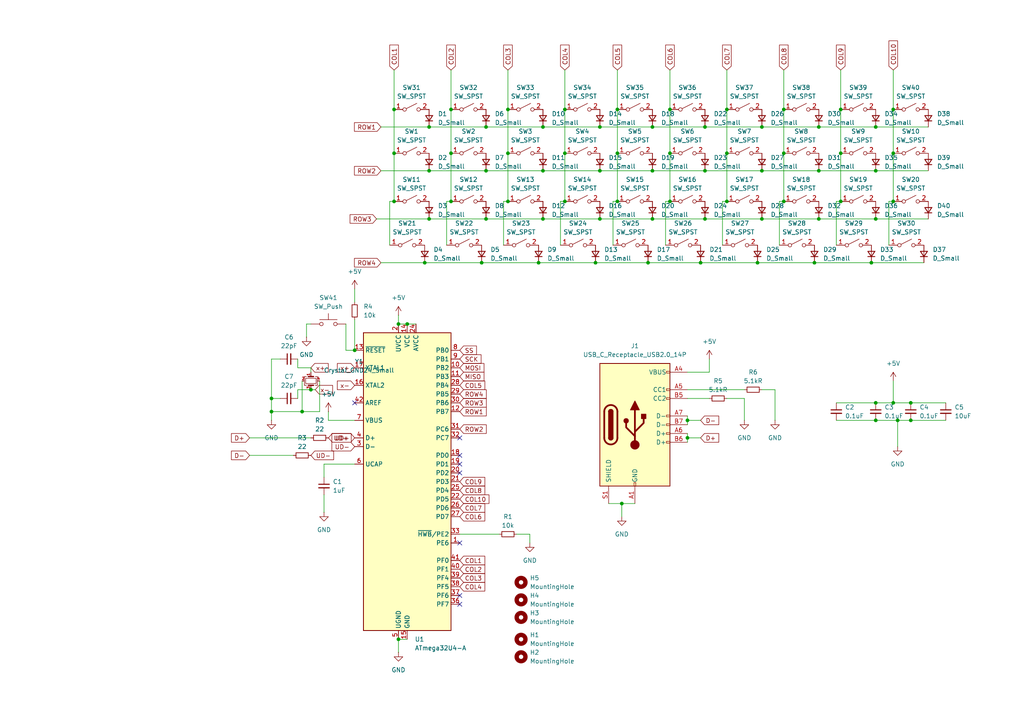
<source format=kicad_sch>
(kicad_sch (version 20231120) (generator "eeschema") (generator_version "8.0")
  (paper "A4")
  (junction (at 157.48 63.5))
  (junction (at 78.74 119.38))
  (junction (at 157.48 49.53))
  (junction (at 243.84 58.42))
  (junction (at 173.99 36.83))
  (junction (at 220.98 49.53))
  (junction (at 204.47 63.5))
  (junction (at 210.82 44.45))
  (junction (at 189.23 49.53))
  (junction (at 227.33 31.75))
  (junction (at 259.08 44.45))
  (junction (at 243.84 44.45))
  (junction (at 147.32 44.45))
  (junction (at 147.32 31.75))
  (junction (at 124.46 63.5))
  (junction (at 124.46 36.83))
  (junction (at 254 63.5))
  (junction (at 237.49 36.83))
  (junction (at 264.16 116.84))
  (junction (at 236.22 76.2))
  (junction (at 194.31 31.75))
  (junction (at 124.46 49.53))
  (junction (at 140.97 63.5))
  (junction (at 163.83 31.75))
  (junction (at 130.81 31.75))
  (junction (at 220.98 63.5))
  (junction (at 259.08 31.75))
  (junction (at 118.11 93.98))
  (junction (at 210.82 31.75))
  (junction (at 179.07 44.45))
  (junction (at 260.35 121.92))
  (junction (at 180.34 146.05))
  (junction (at 173.99 63.5))
  (junction (at 147.32 58.42))
  (junction (at 130.81 58.42))
  (junction (at 140.97 49.53))
  (junction (at 199.39 121.92))
  (junction (at 237.49 63.5))
  (junction (at 130.81 44.45))
  (junction (at 203.2 76.2))
  (junction (at 114.3 31.75))
  (junction (at 220.98 36.83))
  (junction (at 219.71 76.2))
  (junction (at 199.39 127))
  (junction (at 179.07 58.42))
  (junction (at 254 36.83))
  (junction (at 163.83 58.42))
  (junction (at 227.33 58.42))
  (junction (at 123.19 76.2))
  (junction (at 90.17 113.03))
  (junction (at 259.08 116.84))
  (junction (at 115.57 93.98))
  (junction (at 243.84 31.75))
  (junction (at 227.33 44.45))
  (junction (at 173.99 49.53))
  (junction (at 194.31 44.45))
  (junction (at 259.08 58.42))
  (junction (at 210.82 58.42))
  (junction (at 172.72 76.2))
  (junction (at 114.3 58.42))
  (junction (at 179.07 31.75))
  (junction (at 189.23 36.83))
  (junction (at 204.47 49.53))
  (junction (at 264.16 121.92))
  (junction (at 157.48 36.83))
  (junction (at 189.23 63.5))
  (junction (at 87.63 119.38))
  (junction (at 187.96 76.2))
  (junction (at 254 116.84))
  (junction (at 254 121.92))
  (junction (at 140.97 36.83))
  (junction (at 139.7 76.2))
  (junction (at 78.74 115.57))
  (junction (at 114.3 44.45))
  (junction (at 204.47 36.83))
  (junction (at 115.57 185.42))
  (junction (at 194.31 58.42))
  (junction (at 163.83 44.45))
  (junction (at 254 49.53))
  (junction (at 237.49 49.53))
  (junction (at 156.21 76.2))
  (junction (at 252.73 76.2))
  (junction (at 102.87 101.6))
  (no_connect (at 102.87 116.84))
  (no_connect (at 133.35 157.48))
  (no_connect (at 133.35 172.72))
  (no_connect (at 133.35 132.08))
  (no_connect (at 133.35 175.26))
  (no_connect (at 133.35 137.16))
  (no_connect (at 133.35 134.62))
  (no_connect (at 133.35 127))
  (wire (pts (xy 236.22 76.2) (xy 252.73 76.2)))
  (wire (pts (xy 227.33 44.45) (xy 227.33 58.42)))
  (wire (pts (xy 147.32 44.45) (xy 147.32 58.42)))
  (wire (pts (xy 87.63 110.49) (xy 87.63 119.38)))
  (wire (pts (xy 264.16 121.92) (xy 274.32 121.92)))
  (wire (pts (xy 173.99 63.5) (xy 189.23 63.5)))
  (wire (pts (xy 124.46 36.83) (xy 140.97 36.83)))
  (wire (pts (xy 194.31 31.75) (xy 194.31 44.45)))
  (wire (pts (xy 259.08 116.84) (xy 264.16 116.84)))
  (wire (pts (xy 110.49 49.53) (xy 124.46 49.53)))
  (wire (pts (xy 209.55 58.42) (xy 209.55 71.12)))
  (wire (pts (xy 147.32 31.75) (xy 147.32 44.45)))
  (wire (pts (xy 204.47 63.5) (xy 220.98 63.5)))
  (wire (pts (xy 87.63 119.38) (xy 78.74 119.38)))
  (wire (pts (xy 179.07 58.42) (xy 177.8 58.42)))
  (wire (pts (xy 157.48 36.83) (xy 173.99 36.83)))
  (wire (pts (xy 123.19 76.2) (xy 139.7 76.2)))
  (wire (pts (xy 237.49 49.53) (xy 254 49.53)))
  (wire (pts (xy 124.46 63.5) (xy 140.97 63.5)))
  (wire (pts (xy 102.87 92.71) (xy 102.87 101.6)))
  (wire (pts (xy 110.49 36.83) (xy 124.46 36.83)))
  (wire (pts (xy 199.39 125.73) (xy 199.39 127)))
  (wire (pts (xy 243.84 31.75) (xy 243.84 44.45)))
  (wire (pts (xy 203.2 76.2) (xy 219.71 76.2)))
  (wire (pts (xy 78.74 119.38) (xy 78.74 121.92)))
  (wire (pts (xy 163.83 44.45) (xy 163.83 58.42)))
  (wire (pts (xy 179.07 20.32) (xy 179.07 31.75)))
  (wire (pts (xy 146.05 58.42) (xy 146.05 71.12)))
  (wire (pts (xy 118.11 93.98) (xy 120.65 93.98)))
  (wire (pts (xy 220.98 49.53) (xy 237.49 49.53)))
  (wire (pts (xy 257.81 58.42) (xy 257.81 71.12)))
  (wire (pts (xy 78.74 115.57) (xy 81.28 115.57)))
  (wire (pts (xy 129.54 58.42) (xy 129.54 71.12)))
  (wire (pts (xy 237.49 63.5) (xy 254 63.5)))
  (wire (pts (xy 93.98 134.62) (xy 93.98 138.43)))
  (wire (pts (xy 86.36 106.68) (xy 90.17 106.68)))
  (wire (pts (xy 110.49 76.2) (xy 123.19 76.2)))
  (wire (pts (xy 113.03 58.42) (xy 113.03 71.12)))
  (wire (pts (xy 180.34 146.05) (xy 180.34 149.86)))
  (wire (pts (xy 199.39 113.03) (xy 215.9 113.03)))
  (wire (pts (xy 194.31 58.42) (xy 193.04 58.42)))
  (wire (pts (xy 180.34 146.05) (xy 184.15 146.05)))
  (wire (pts (xy 72.39 132.08) (xy 85.09 132.08)))
  (wire (pts (xy 139.7 76.2) (xy 156.21 76.2)))
  (wire (pts (xy 189.23 49.53) (xy 204.47 49.53)))
  (wire (pts (xy 226.06 58.42) (xy 226.06 71.12)))
  (wire (pts (xy 140.97 36.83) (xy 157.48 36.83)))
  (wire (pts (xy 220.98 113.03) (xy 224.79 113.03)))
  (wire (pts (xy 259.08 31.75) (xy 259.08 44.45)))
  (wire (pts (xy 124.46 49.53) (xy 140.97 49.53)))
  (wire (pts (xy 90.17 93.98) (xy 88.9 93.98)))
  (wire (pts (xy 78.74 104.14) (xy 78.74 115.57)))
  (wire (pts (xy 260.35 121.92) (xy 264.16 121.92)))
  (wire (pts (xy 210.82 58.42) (xy 209.55 58.42)))
  (wire (pts (xy 93.98 143.51) (xy 93.98 148.59)))
  (wire (pts (xy 205.74 107.95) (xy 205.74 104.14)))
  (wire (pts (xy 194.31 44.45) (xy 194.31 58.42)))
  (wire (pts (xy 264.16 116.84) (xy 274.32 116.84)))
  (wire (pts (xy 193.04 58.42) (xy 193.04 71.12)))
  (wire (pts (xy 172.72 76.2) (xy 187.96 76.2)))
  (wire (pts (xy 177.8 58.42) (xy 177.8 71.12)))
  (wire (pts (xy 254 49.53) (xy 269.24 49.53)))
  (wire (pts (xy 78.74 115.57) (xy 78.74 119.38)))
  (wire (pts (xy 187.96 76.2) (xy 203.2 76.2)))
  (wire (pts (xy 254 63.5) (xy 269.24 63.5)))
  (wire (pts (xy 243.84 58.42) (xy 242.57 58.42)))
  (wire (pts (xy 215.9 115.57) (xy 215.9 121.92)))
  (wire (pts (xy 243.84 44.45) (xy 243.84 58.42)))
  (wire (pts (xy 163.83 31.75) (xy 163.83 44.45)))
  (wire (pts (xy 109.22 63.5) (xy 124.46 63.5)))
  (wire (pts (xy 199.39 120.65) (xy 199.39 121.92)))
  (wire (pts (xy 224.79 113.03) (xy 224.79 121.92)))
  (wire (pts (xy 199.39 115.57) (xy 205.74 115.57)))
  (wire (pts (xy 259.08 58.42) (xy 257.81 58.42)))
  (wire (pts (xy 259.08 110.49) (xy 259.08 116.84)))
  (wire (pts (xy 86.36 113.03) (xy 90.17 113.03)))
  (wire (pts (xy 102.87 134.62) (xy 93.98 134.62)))
  (wire (pts (xy 95.25 119.38) (xy 95.25 121.92)))
  (wire (pts (xy 254 121.92) (xy 260.35 121.92)))
  (wire (pts (xy 210.82 115.57) (xy 215.9 115.57)))
  (wire (pts (xy 173.99 36.83) (xy 189.23 36.83)))
  (wire (pts (xy 95.25 121.92) (xy 102.87 121.92)))
  (wire (pts (xy 243.84 20.32) (xy 243.84 31.75)))
  (wire (pts (xy 242.57 121.92) (xy 254 121.92)))
  (wire (pts (xy 162.56 58.42) (xy 162.56 71.12)))
  (wire (pts (xy 179.07 31.75) (xy 179.07 44.45)))
  (wire (pts (xy 210.82 20.32) (xy 210.82 31.75)))
  (wire (pts (xy 220.98 36.83) (xy 237.49 36.83)))
  (wire (pts (xy 199.39 121.92) (xy 199.39 123.19)))
  (wire (pts (xy 81.28 104.14) (xy 78.74 104.14)))
  (wire (pts (xy 260.35 121.92) (xy 260.35 129.54)))
  (wire (pts (xy 163.83 20.32) (xy 163.83 31.75)))
  (wire (pts (xy 114.3 20.32) (xy 114.3 31.75)))
  (wire (pts (xy 87.63 119.38) (xy 92.71 119.38)))
  (wire (pts (xy 210.82 31.75) (xy 210.82 44.45)))
  (wire (pts (xy 189.23 63.5) (xy 204.47 63.5)))
  (wire (pts (xy 204.47 49.53) (xy 220.98 49.53)))
  (wire (pts (xy 86.36 115.57) (xy 86.36 113.03)))
  (wire (pts (xy 156.21 76.2) (xy 172.72 76.2)))
  (wire (pts (xy 115.57 185.42) (xy 115.57 189.23)))
  (wire (pts (xy 92.71 119.38) (xy 92.71 110.49)))
  (wire (pts (xy 199.39 107.95) (xy 205.74 107.95)))
  (wire (pts (xy 254 36.83) (xy 269.24 36.83)))
  (wire (pts (xy 220.98 63.5) (xy 237.49 63.5)))
  (wire (pts (xy 227.33 20.32) (xy 227.33 31.75)))
  (wire (pts (xy 102.87 83.82) (xy 102.87 87.63)))
  (wire (pts (xy 90.17 113.03) (xy 91.44 113.03)))
  (wire (pts (xy 153.67 154.94) (xy 153.67 157.48)))
  (wire (pts (xy 130.81 31.75) (xy 130.81 44.45)))
  (wire (pts (xy 130.81 44.45) (xy 130.81 58.42)))
  (wire (pts (xy 88.9 93.98) (xy 88.9 97.79)))
  (wire (pts (xy 140.97 63.5) (xy 157.48 63.5)))
  (wire (pts (xy 115.57 93.98) (xy 118.11 93.98)))
  (wire (pts (xy 157.48 49.53) (xy 173.99 49.53)))
  (wire (pts (xy 114.3 44.45) (xy 114.3 58.42)))
  (wire (pts (xy 194.31 20.32) (xy 194.31 31.75)))
  (wire (pts (xy 130.81 20.32) (xy 130.81 31.75)))
  (wire (pts (xy 254 116.84) (xy 259.08 116.84)))
  (wire (pts (xy 130.81 58.42) (xy 129.54 58.42)))
  (wire (pts (xy 147.32 58.42) (xy 146.05 58.42)))
  (wire (pts (xy 157.48 63.5) (xy 173.99 63.5)))
  (wire (pts (xy 163.83 58.42) (xy 162.56 58.42)))
  (wire (pts (xy 86.36 104.14) (xy 86.36 106.68)))
  (wire (pts (xy 115.57 185.42) (xy 118.11 185.42)))
  (wire (pts (xy 242.57 58.42) (xy 242.57 71.12)))
  (wire (pts (xy 149.86 154.94) (xy 153.67 154.94)))
  (wire (pts (xy 189.23 36.83) (xy 204.47 36.83)))
  (wire (pts (xy 90.17 107.95) (xy 90.17 106.68)))
  (wire (pts (xy 176.53 146.05) (xy 180.34 146.05)))
  (wire (pts (xy 259.08 44.45) (xy 259.08 58.42)))
  (wire (pts (xy 227.33 31.75) (xy 227.33 44.45)))
  (wire (pts (xy 227.33 58.42) (xy 226.06 58.42)))
  (wire (pts (xy 173.99 49.53) (xy 189.23 49.53)))
  (wire (pts (xy 199.39 127) (xy 199.39 128.27)))
  (wire (pts (xy 133.35 154.94) (xy 144.78 154.94)))
  (wire (pts (xy 237.49 36.83) (xy 254 36.83)))
  (wire (pts (xy 179.07 44.45) (xy 179.07 58.42)))
  (wire (pts (xy 102.87 101.6) (xy 100.33 101.6)))
  (wire (pts (xy 199.39 127) (xy 203.2 127)))
  (wire (pts (xy 199.39 121.92) (xy 203.2 121.92)))
  (wire (pts (xy 115.57 91.44) (xy 115.57 93.98)))
  (wire (pts (xy 140.97 49.53) (xy 157.48 49.53)))
  (wire (pts (xy 114.3 58.42) (xy 113.03 58.42)))
  (wire (pts (xy 242.57 116.84) (xy 254 116.84)))
  (wire (pts (xy 114.3 31.75) (xy 114.3 44.45)))
  (wire (pts (xy 100.33 101.6) (xy 100.33 93.98)))
  (wire (pts (xy 252.73 76.2) (xy 267.97 76.2)))
  (wire (pts (xy 72.39 127) (xy 90.17 127)))
  (wire (pts (xy 204.47 36.83) (xy 220.98 36.83)))
  (wire (pts (xy 210.82 44.45) (xy 210.82 58.42)))
  (wire (pts (xy 259.08 20.32) (xy 259.08 31.75)))
  (wire (pts (xy 147.32 20.32) (xy 147.32 31.75)))
  (wire (pts (xy 219.71 76.2) (xy 236.22 76.2)))
  (global_label "COL7" (shape input) (at 210.82 20.32 90) (property "Intersheetrefs" "${INTERSHEET_REFS}" (effects (hide yes))))
  (global_label "MISO" (shape input) (at 133.35 109.22 0) (property "Intersheetrefs" "${INTERSHEET_REFS}" (effects (hide yes))))
  (global_label "COL4" (shape input) (at 163.83 20.32 90) (property "Intersheetrefs" "${INTERSHEET_REFS}" (effects (hide yes))))
  (global_label "COL9" (shape input) (at 133.35 139.7 0) (property "Intersheetrefs" "${INTERSHEET_REFS}" (effects (hide yes))))
  (global_label "COL3" (shape input) (at 133.35 167.64 0) (property "Intersheetrefs" "${INTERSHEET_REFS}" (effects (hide yes))))
  (global_label "x-" (shape input) (at 91.44 113.03 0) (property "Intersheetrefs" "${INTERSHEET_REFS}" (effects (hide yes))))
  (global_label "COL10" (shape input) (at 259.08 20.32 90) (property "Intersheetrefs" "${INTERSHEET_REFS}" (effects (hide yes))))
  (global_label "ROW1" (shape input) (at 110.49 36.83 180) (property "Intersheetrefs" "${INTERSHEET_REFS}" (effects (hide yes))))
  (global_label "x+" (shape input) (at 102.87 106.68 180) (property "Intersheetrefs" "${INTERSHEET_REFS}" (effects (hide yes))))
  (global_label "ROW1" (shape input) (at 133.35 119.38 0) (property "Intersheetrefs" "${INTERSHEET_REFS}" (effects (hide yes))))
  (global_label "ROW3" (shape input) (at 109.22 63.5 180) (property "Intersheetrefs" "${INTERSHEET_REFS}" (effects (hide yes))))
  (global_label "SCK" (shape input) (at 133.35 104.14 0) (property "Intersheetrefs" "${INTERSHEET_REFS}" (effects (hide yes))))
  (global_label "ROW4" (shape input) (at 110.49 76.2 180) (property "Intersheetrefs" "${INTERSHEET_REFS}" (effects (hide yes))))
  (global_label "SS" (shape input) (at 133.35 101.6 0) (property "Intersheetrefs" "${INTERSHEET_REFS}" (effects (hide yes))))
  (global_label "UD+" (shape input) (at 102.87 127 180) (property "Intersheetrefs" "${INTERSHEET_REFS}" (effects (hide yes))))
  (global_label "COL5" (shape input) (at 179.07 20.32 90) (property "Intersheetrefs" "${INTERSHEET_REFS}" (effects (hide yes))))
  (global_label "UD-" (shape input) (at 102.87 129.54 180) (property "Intersheetrefs" "${INTERSHEET_REFS}" (effects (hide yes))))
  (global_label "x+" (shape input) (at 90.17 106.68 0) (property "Intersheetrefs" "${INTERSHEET_REFS}" (effects (hide yes))))
  (global_label "MOSI" (shape input) (at 133.35 106.68 0) (property "Intersheetrefs" "${INTERSHEET_REFS}" (effects (hide yes))))
  (global_label "D+" (shape input) (at 203.2 127 0) (property "Intersheetrefs" "${INTERSHEET_REFS}" (effects (hide yes))))
  (global_label "D-" (shape input) (at 72.39 132.08 180) (property "Intersheetrefs" "${INTERSHEET_REFS}" (effects (hide yes))))
  (global_label "COL10" (shape input) (at 133.35 144.78 0) (property "Intersheetrefs" "${INTERSHEET_REFS}" (effects (hide yes))))
  (global_label "UD-" (shape input) (at 90.17 132.08 0) (property "Intersheetrefs" "${INTERSHEET_REFS}" (effects (hide yes))))
  (global_label "D-" (shape input) (at 203.2 121.92 0) (property "Intersheetrefs" "${INTERSHEET_REFS}" (effects (hide yes))))
  (global_label "COL2" (shape input) (at 130.81 20.32 90) (property "Intersheetrefs" "${INTERSHEET_REFS}" (effects (hide yes))))
  (global_label "COL7" (shape input) (at 133.35 147.32 0) (property "Intersheetrefs" "${INTERSHEET_REFS}" (effects (hide yes))))
  (global_label "COL8" (shape input) (at 227.33 20.32 90) (property "Intersheetrefs" "${INTERSHEET_REFS}" (effects (hide yes))))
  (global_label "COL4" (shape input) (at 133.35 170.18 0) (property "Intersheetrefs" "${INTERSHEET_REFS}" (effects (hide yes))))
  (global_label "COL2" (shape input) (at 133.35 165.1 0) (property "Intersheetrefs" "${INTERSHEET_REFS}" (effects (hide yes))))
  (global_label "x-" (shape input) (at 102.87 111.76 180) (property "Intersheetrefs" "${INTERSHEET_REFS}" (effects (hide yes))))
  (global_label "ROW4" (shape input) (at 133.35 114.3 0) (property "Intersheetrefs" "${INTERSHEET_REFS}" (effects (hide yes))))
  (global_label "COL3" (shape input) (at 147.32 20.32 90) (property "Intersheetrefs" "${INTERSHEET_REFS}" (effects (hide yes))))
  (global_label "UD+" (shape input) (at 95.25 127 0) (property "Intersheetrefs" "${INTERSHEET_REFS}" (effects (hide yes))))
  (global_label "COL1" (shape input) (at 133.35 162.56 0) (property "Intersheetrefs" "${INTERSHEET_REFS}" (effects (hide yes))))
  (global_label "COL6" (shape input) (at 133.35 149.86 0) (property "Intersheetrefs" "${INTERSHEET_REFS}" (effects (hide yes))))
  (global_label "COL8" (shape input) (at 133.35 142.24 0) (property "Intersheetrefs" "${INTERSHEET_REFS}" (effects (hide yes))))
  (global_label "COL5" (shape input) (at 133.35 111.76 0) (property "Intersheetrefs" "${INTERSHEET_REFS}" (effects (hide yes))))
  (global_label "COL9" (shape input) (at 243.84 20.32 90) (property "Intersheetrefs" "${INTERSHEET_REFS}" (effects (hide yes))))
  (global_label "COL6" (shape input) (at 194.31 20.32 90) (property "Intersheetrefs" "${INTERSHEET_REFS}" (effects (hide yes))))
  (global_label "D+" (shape input) (at 72.39 127 180) (property "Intersheetrefs" "${INTERSHEET_REFS}" (effects (hide yes))))
  (global_label "COL1" (shape input) (at 114.3 20.32 90) (property "Intersheetrefs" "${INTERSHEET_REFS}" (effects (hide yes))))
  (global_label "ROW2" (shape input) (at 133.35 124.46 0) (property "Intersheetrefs" "${INTERSHEET_REFS}" (effects (hide yes))))
  (global_label "ROW2" (shape input) (at 110.49 49.53 180) (property "Intersheetrefs" "${INTERSHEET_REFS}" (effects (hide yes))))
  (global_label "ROW3" (shape input) (at 133.35 116.84 0) (property "Intersheetrefs" "${INTERSHEET_REFS}" (effects (hide yes))))
  (symbol (lib_id "Switch:SW_SPST") (at 118.11 71.12 0) (unit 1)
    (property "Reference" "SW21" (at 118.11 64.77 0))
    (property "Value" "SW_SPST" (at 118.11 67.31 0))
    (property "Footprint" "PCM_Switch_Keyboard_Kailh:SW_Kailh_Choc_V1" (effects (hide yes)))
    (property "Description" "Single Pole Single Throw (SPST) switch" (effects (hide yes)))
  )
  (symbol (lib_id "Switch:SW_SPST") (at 232.41 44.45 0) (unit 1)
    (property "Reference" "SW8" (at 232.41 38.1 0))
    (property "Value" "SW_SPST" (at 232.41 40.64 0))
    (property "Footprint" "PCM_Switch_Keyboard_Kailh:SW_Kailh_Choc_V1" (effects (hide yes)))
    (property "Description" "Single Pole Single Throw (SPST) switch" (effects (hide yes)))
  )
  (symbol (lib_id "Device:C_Small") (at 93.98 140.97 0) (unit 1)
    (property "Reference" "C1" (at 96.52 139.7062 0) (effects (justify left)))
    (property "Value" "1uF" (at 96.52 142.2462 0) (effects (justify left)))
    (property "Footprint" "Capacitor_SMD:C_0805_2012Metric_Pad1.18x1.45mm_HandSolder" (effects (hide yes)))
    (property "Description" "Unpolarized capacitor, small symbol" (effects (hide yes)))
  )
  (symbol (lib_id "Device:D_Small") (at 252.73 73.66 90) (unit 1)
    (property "Reference" "D33" (at 255.27 72.3899 90) (effects (justify right)))
    (property "Value" "D_Small" (at 255.27 74.9299 90) (effects (justify right)))
    (property "Footprint" "Diode_SMD:D_SOD-123" (effects (hide yes)))
    (property "Description" "Diode, small symbol" (effects (hide yes)))
    (property "Sim.Device" "D" (effects (hide yes)))
    (property "Sim.Pins" "1=K 2=A" (effects (hide yes)))
  )
  (symbol (lib_id "Switch:SW_SPST") (at 168.91 44.45 0) (unit 1)
    (property "Reference" "SW4" (at 168.91 38.1 0))
    (property "Value" "SW_SPST" (at 168.91 40.64 0))
    (property "Footprint" "PCM_Switch_Keyboard_Kailh:SW_Kailh_Choc_V1" (effects (hide yes)))
    (property "Description" "Single Pole Single Throw (SPST) switch" (effects (hide yes)))
  )
  (symbol (lib_id "power:GND") (at 180.34 149.86 0) (unit 1)
    (property "Reference" "#PWR13" (effects (hide yes)))
    (property "Value" "GND" (at 180.34 154.94 0))
    (property "Description" "Power symbol creates a global label with name \"GND\" , ground" (effects (hide yes)))
  )
  (symbol (lib_id "Device:D_Small") (at 203.2 73.66 90) (unit 1)
    (property "Reference" "D21" (at 205.74 72.3899 90) (effects (justify right)))
    (property "Value" "D_Small" (at 205.74 74.9299 90) (effects (justify right)))
    (property "Footprint" "Diode_SMD:D_SOD-123" (effects (hide yes)))
    (property "Description" "Diode, small symbol" (effects (hide yes)))
    (property "Sim.Device" "D" (effects (hide yes)))
    (property "Sim.Pins" "1=K 2=A" (effects (hide yes)))
  )
  (symbol (lib_id "Device:D_Small") (at 204.47 60.96 90) (unit 1)
    (property "Reference" "D24" (at 207.01 59.6899 90) (effects (justify right)))
    (property "Value" "D_Small" (at 207.01 62.2299 90) (effects (justify right)))
    (property "Footprint" "Diode_SMD:D_SOD-123" (effects (hide yes)))
    (property "Description" "Diode, small symbol" (effects (hide yes)))
    (property "Sim.Device" "D" (effects (hide yes)))
    (property "Sim.Pins" "1=K 2=A" (effects (hide yes)))
  )
  (symbol (lib_id "Switch:SW_SPST") (at 215.9 31.75 0) (unit 1)
    (property "Reference" "SW37" (at 215.9 25.4 0))
    (property "Value" "SW_SPST" (at 215.9 27.94 0))
    (property "Footprint" "PCM_Switch_Keyboard_Kailh:SW_Kailh_Choc_V1" (effects (hide yes)))
    (property "Description" "Single Pole Single Throw (SPST) switch" (effects (hide yes)))
  )
  (symbol (lib_id "Switch:SW_SPST") (at 264.16 44.45 0) (unit 1)
    (property "Reference" "SW10" (at 264.16 38.1 0))
    (property "Value" "SW_SPST" (at 264.16 40.64 0))
    (property "Footprint" "PCM_Switch_Keyboard_Kailh:SW_Kailh_Choc_V1" (effects (hide yes)))
    (property "Description" "Single Pole Single Throw (SPST) switch" (effects (hide yes)))
  )
  (symbol (lib_id "Device:D_Small") (at 254 60.96 90) (unit 1)
    (property "Reference" "D36" (at 256.54 59.6899 90) (effects (justify right)))
    (property "Value" "D_Small" (at 256.54 62.2299 90) (effects (justify right)))
    (property "Footprint" "Diode_SMD:D_SOD-123" (effects (hide yes)))
    (property "Description" "Diode, small symbol" (effects (hide yes)))
    (property "Sim.Device" "D" (effects (hide yes)))
    (property "Sim.Pins" "1=K 2=A" (effects (hide yes)))
  )
  (symbol (lib_id "Connector:USB_C_Receptacle_USB2.0_14P") (at 184.15 123.19 0) (unit 1)
    (property "Reference" "J1" (at 184.15 100.33 0))
    (property "Value" "USB_C_Receptacle_USB2.0_14P" (at 184.15 102.87 0))
    (property "Footprint" "Connector_USB:USB_C_Receptacle_HRO_TYPE-C-31-M-12" (effects (hide yes)))
    (property "Datasheet" "https://www.usb.org/sites/default/files/documents/usb_type-c.zip" (effects (hide yes)))
    (property "Description" "USB 2.0-only 14P Type-C Receptacle connector" (effects (hide yes)))
  )
  (symbol (lib_id "Device:D_Small") (at 123.19 73.66 90) (unit 1)
    (property "Reference" "D4" (at 125.73 72.3899 90) (effects (justify right)))
    (property "Value" "D_Small" (at 125.73 74.9299 90) (effects (justify right)))
    (property "Footprint" "Diode_SMD:D_SOD-123" (effects (hide yes)))
    (property "Description" "Diode, small symbol" (effects (hide yes)))
    (property "Sim.Device" "D" (effects (hide yes)))
    (property "Sim.Pins" "1=K 2=A" (effects (hide yes)))
  )
  (symbol (lib_id "Device:C_Small") (at 242.57 119.38 0) (unit 1)
    (property "Reference" "C2" (at 245.11 118.1162 0) (effects (justify left)))
    (property "Value" "0.1uF" (at 245.11 120.6562 0) (effects (justify left)))
    (property "Footprint" "Capacitor_SMD:C_0805_2012Metric_Pad1.18x1.45mm_HandSolder" (effects (hide yes)))
    (property "Description" "Unpolarized capacitor, small symbol" (effects (hide yes)))
  )
  (symbol (lib_id "Switch:SW_SPST") (at 119.38 31.75 0) (unit 1)
    (property "Reference" "SW31" (at 119.38 25.4 0))
    (property "Value" "SW_SPST" (at 119.38 27.94 0))
    (property "Footprint" "PCM_Switch_Keyboard_Kailh:SW_Kailh_Choc_V1" (effects (hide yes)))
    (property "Description" "Single Pole Single Throw (SPST) switch" (effects (hide yes)))
  )
  (symbol (lib_id "Device:D_Small") (at 173.99 46.99 90) (unit 1)
    (property "Reference" "D15" (at 176.53 45.7199 90) (effects (justify right)))
    (property "Value" "D_Small" (at 176.53 48.2599 90) (effects (justify right)))
    (property "Footprint" "Diode_SMD:D_SOD-123" (effects (hide yes)))
    (property "Description" "Diode, small symbol" (effects (hide yes)))
    (property "Sim.Device" "D" (effects (hide yes)))
    (property "Sim.Pins" "1=K 2=A" (effects (hide yes)))
  )
  (symbol (lib_id "Device:D_Small") (at 204.47 46.99 90) (unit 1)
    (property "Reference" "D23" (at 207.01 45.7199 90) (effects (justify right)))
    (property "Value" "D_Small" (at 207.01 48.2599 90) (effects (justify right)))
    (property "Footprint" "Diode_SMD:D_SOD-123" (effects (hide yes)))
    (property "Description" "Diode, small symbol" (effects (hide yes)))
    (property "Sim.Device" "D" (effects (hide yes)))
    (property "Sim.Pins" "1=K 2=A" (effects (hide yes)))
  )
  (symbol (lib_id "Switch:SW_SPST") (at 167.64 71.12 0) (unit 1)
    (property "Reference" "SW24" (at 167.64 64.77 0))
    (property "Value" "SW_SPST" (at 167.64 67.31 0))
    (property "Footprint" "PCM_Switch_Keyboard_Kailh:SW_Kailh_Choc_V1" (effects (hide yes)))
    (property "Description" "Single Pole Single Throw (SPST) switch" (effects (hide yes)))
  )
  (symbol (lib_id "Switch:SW_SPST") (at 248.92 31.75 0) (unit 1)
    (property "Reference" "SW39" (at 248.92 25.4 0))
    (property "Value" "SW_SPST" (at 248.92 27.94 0))
    (property "Footprint" "PCM_Switch_Keyboard_Kailh:SW_Kailh_Choc_V1" (effects (hide yes)))
    (property "Description" "Single Pole Single Throw (SPST) switch" (effects (hide yes)))
  )
  (symbol (lib_id "Device:D_Small") (at 189.23 46.99 90) (unit 1)
    (property "Reference" "D19" (at 191.77 45.7199 90) (effects (justify right)))
    (property "Value" "D_Small" (at 191.77 48.2599 90) (effects (justify right)))
    (property "Footprint" "Diode_SMD:D_SOD-123" (effects (hide yes)))
    (property "Description" "Diode, small symbol" (effects (hide yes)))
    (property "Sim.Device" "D" (effects (hide yes)))
    (property "Sim.Pins" "1=K 2=A" (effects (hide yes)))
  )
  (symbol (lib_id "Switch:SW_SPST") (at 247.65 71.12 0) (unit 1)
    (property "Reference" "SW29" (at 247.65 64.77 0))
    (property "Value" "SW_SPST" (at 247.65 67.31 0))
    (property "Footprint" "PCM_Switch_Keyboard_Kailh:SW_Kailh_Choc_V1" (effects (hide yes)))
    (property "Description" "Single Pole Single Throw (SPST) switch" (effects (hide yes)))
  )
  (symbol (lib_id "Mechanical:MountingHole") (at 151.13 185.42 0) (unit 1) (exclude_from_sim yes) (in_bom no)
    (property "Reference" "H1" (at 153.67 184.1499 0) (effects (justify left)))
    (property "Value" "MountingHole" (at 153.67 186.6899 0) (effects (justify left)))
    (property "Footprint" "MountingHole:MountingHole_2.7mm_M2.5" (effects (hide yes)))
    (property "Description" "Mounting Hole without connection" (effects (hide yes)))
  )
  (symbol (lib_id "power:+5V") (at 102.87 83.82 0) (unit 1)
    (property "Reference" "#PWR10" (effects (hide yes)))
    (property "Value" "+5V" (at 102.87 78.74 0))
    (property "Description" "Power symbol creates a global label with name \"+5V\"" (effects (hide yes)))
  )
  (symbol (lib_id "Switch:SW_SPST") (at 119.38 58.42 0) (unit 1)
    (property "Reference" "SW11" (at 119.38 52.07 0))
    (property "Value" "SW_SPST" (at 119.38 54.61 0))
    (property "Footprint" "PCM_Switch_Keyboard_Kailh:SW_Kailh_Choc_V1" (effects (hide yes)))
    (property "Description" "Single Pole Single Throw (SPST) switch" (effects (hide yes)))
  )
  (symbol (lib_id "Device:D_Small") (at 187.96 73.66 90) (unit 1)
    (property "Reference" "D17" (at 190.5 72.3899 90) (effects (justify right)))
    (property "Value" "D_Small" (at 190.5 74.9299 90) (effects (justify right)))
    (property "Footprint" "Diode_SMD:D_SOD-123" (effects (hide yes)))
    (property "Description" "Diode, small symbol" (effects (hide yes)))
    (property "Sim.Device" "D" (effects (hide yes)))
    (property "Sim.Pins" "1=K 2=A" (effects (hide yes)))
  )
  (symbol (lib_id "Device:D_Small") (at 267.97 73.66 90) (unit 1)
    (property "Reference" "D37" (at 270.51 72.3899 90) (effects (justify right)))
    (property "Value" "D_Small" (at 270.51 74.9299 90) (effects (justify right)))
    (property "Footprint" "Diode_SMD:D_SOD-123" (effects (hide yes)))
    (property "Description" "Diode, small symbol" (effects (hide yes)))
    (property "Sim.Device" "D" (effects (hide yes)))
    (property "Sim.Pins" "1=K 2=A" (effects (hide yes)))
  )
  (symbol (lib_id "MCU_Microchip_ATmega:ATmega32U4-A") (at 118.11 139.7 0) (unit 1)
    (property "Reference" "U1" (at 120.3041 185.42 0) (effects (justify left)))
    (property "Value" "ATmega32U4-A" (at 120.3041 187.96 0) (effects (justify left)))
    (property "Footprint" "Package_QFP:TQFP-44_10x10mm_P0.8mm" (effects (hide yes)))
    (property "Datasheet" "http://ww1.microchip.com/downloads/en/DeviceDoc/Atmel-7766-8-bit-AVR-ATmega16U4-32U4_Datasheet.pdf" (effects (hide yes)))
    (property "Description" "16MHz, 32kB Flash, 2.5kB SRAM, 1kB EEPROM, USB 2.0, TQFP-44" (effects (hide yes)))
  )
  (symbol (lib_id "Device:D_Small") (at 157.48 34.29 90) (unit 1)
    (property "Reference" "D10" (at 160.02 33.0199 90) (effects (justify right)))
    (property "Value" "D_Small" (at 160.02 35.5599 90) (effects (justify right)))
    (property "Footprint" "Diode_SMD:D_SOD-123" (effects (hide yes)))
    (property "Description" "Diode, small symbol" (effects (hide yes)))
    (property "Sim.Device" "D" (effects (hide yes)))
    (property "Sim.Pins" "1=K 2=A" (effects (hide yes)))
  )
  (symbol (lib_id "Device:R_Small") (at 208.28 115.57 90) (unit 1)
    (property "Reference" "R5" (at 208.28 110.49 90))
    (property "Value" "5.1kR" (at 208.28 113.03 90))
    (property "Footprint" "Resistor_SMD:R_0805_2012Metric_Pad1.20x1.40mm_HandSolder" (effects (hide yes)))
    (property "Description" "Resistor, small symbol" (effects (hide yes)))
  )
  (symbol (lib_id "Switch:SW_SPST") (at 151.13 71.12 0) (unit 1)
    (property "Reference" "SW23" (at 151.13 64.77 0))
    (property "Value" "SW_SPST" (at 151.13 67.31 0))
    (property "Footprint" "PCM_Switch_Keyboard_Kailh:SW_Kailh_Choc_V1" (effects (hide yes)))
    (property "Description" "Single Pole Single Throw (SPST) switch" (effects (hide yes)))
  )
  (symbol (lib_id "power:GND") (at 260.35 129.54 0) (unit 1)
    (property "Reference" "#PWR5" (effects (hide yes)))
    (property "Value" "GND" (at 260.35 134.62 0))
    (property "Description" "Power symbol creates a global label with name \"GND\" , ground" (effects (hide yes)))
  )
  (symbol (lib_id "Device:D_Small") (at 173.99 60.96 90) (unit 1)
    (property "Reference" "D16" (at 176.53 59.6899 90) (effects (justify right)))
    (property "Value" "D_Small" (at 176.53 62.2299 90) (effects (justify right)))
    (property "Footprint" "Diode_SMD:D_SOD-123" (effects (hide yes)))
    (property "Description" "Diode, small symbol" (effects (hide yes)))
    (property "Sim.Device" "D" (effects (hide yes)))
    (property "Sim.Pins" "1=K 2=A" (effects (hide yes)))
  )
  (symbol (lib_id "Switch:SW_SPST") (at 199.39 44.45 0) (unit 1)
    (property "Reference" "SW6" (at 199.39 38.1 0))
    (property "Value" "SW_SPST" (at 199.39 40.64 0))
    (property "Footprint" "PCM_Switch_Keyboard_Kailh:SW_Kailh_Choc_V1" (effects (hide yes)))
    (property "Description" "Single Pole Single Throw (SPST) switch" (effects (hide yes)))
  )
  (symbol (lib_id "Device:D_Small") (at 220.98 60.96 90) (unit 1)
    (property "Reference" "D28" (at 223.52 59.6899 90) (effects (justify right)))
    (property "Value" "D_Small" (at 223.52 62.2299 90) (effects (justify right)))
    (property "Footprint" "Diode_SMD:D_SOD-123" (effects (hide yes)))
    (property "Description" "Diode, small symbol" (effects (hide yes)))
    (property "Sim.Device" "D" (effects (hide yes)))
    (property "Sim.Pins" "1=K 2=A" (effects (hide yes)))
  )
  (symbol (lib_id "Device:R_Small") (at 87.63 132.08 270) (unit 1)
    (property "Reference" "R3" (at 87.63 127 90))
    (property "Value" "22" (at 87.63 129.54 90))
    (property "Footprint" "Resistor_SMD:R_0805_2012Metric_Pad1.20x1.40mm_HandSolder" (effects (hide yes)))
    (property "Description" "Resistor, small symbol" (effects (hide yes)))
  )
  (symbol (lib_id "Device:C_Small") (at 274.32 119.38 0) (unit 1)
    (property "Reference" "C5" (at 276.86 118.1162 0) (effects (justify left)))
    (property "Value" "10uF" (at 276.86 120.6562 0) (effects (justify left)))
    (property "Footprint" "Capacitor_SMD:C_0805_2012Metric_Pad1.18x1.45mm_HandSolder" (effects (hide yes)))
    (property "Description" "Unpolarized capacitor, small symbol" (effects (hide yes)))
  )
  (symbol (lib_id "Device:D_Small") (at 157.48 60.96 90) (unit 1)
    (property "Reference" "D12" (at 160.02 59.6899 90) (effects (justify right)))
    (property "Value" "D_Small" (at 160.02 62.2299 90) (effects (justify right)))
    (property "Footprint" "Diode_SMD:D_SOD-123" (effects (hide yes)))
    (property "Description" "Diode, small symbol" (effects (hide yes)))
    (property "Sim.Device" "D" (effects (hide yes)))
    (property "Sim.Pins" "1=K 2=A" (effects (hide yes)))
  )
  (symbol (lib_id "Switch:SW_SPST") (at 134.62 71.12 0) (unit 1)
    (property "Reference" "SW22" (at 134.62 64.77 0))
    (property "Value" "SW_SPST" (at 134.62 67.31 0))
    (property "Footprint" "PCM_Switch_Keyboard_Kailh:SW_Kailh_Choc_V1" (effects (hide yes)))
    (property "Description" "Single Pole Single Throw (SPST) switch" (effects (hide yes)))
  )
  (symbol (lib_id "Switch:SW_SPST") (at 199.39 58.42 0) (unit 1)
    (property "Reference" "SW16" (at 199.39 52.07 0))
    (property "Value" "SW_SPST" (at 199.39 54.61 0))
    (property "Footprint" "PCM_Switch_Keyboard_Kailh:SW_Kailh_Choc_V1" (effects (hide yes)))
    (property "Description" "Single Pole Single Throw (SPST) switch" (effects (hide yes)))
  )
  (symbol (lib_id "Device:D_Small") (at 189.23 34.29 90) (unit 1)
    (property "Reference" "D18" (at 191.77 33.0199 90) (effects (justify right)))
    (property "Value" "D_Small" (at 191.77 35.5599 90) (effects (justify right)))
    (property "Footprint" "Diode_SMD:D_SOD-123" (effects (hide yes)))
    (property "Description" "Diode, small symbol" (effects (hide yes)))
    (property "Sim.Device" "D" (effects (hide yes)))
    (property "Sim.Pins" "1=K 2=A" (effects (hide yes)))
  )
  (symbol (lib_id "power:+5V") (at 95.25 119.38 0) (unit 1)
    (property "Reference" "#PWR7" (effects (hide yes)))
    (property "Value" "+5V" (at 95.25 114.3 0))
    (property "Description" "Power symbol creates a global label with name \"+5V\"" (effects (hide yes)))
  )
  (symbol (lib_id "Mechanical:MountingHole") (at 151.13 168.91 0) (unit 1) (exclude_from_sim yes) (in_bom no)
    (property "Reference" "H5" (at 153.67 167.6399 0) (effects (justify left)))
    (property "Value" "MountingHole" (at 153.67 170.1799 0) (effects (justify left)))
    (property "Footprint" "MountingHole:MountingHole_2.7mm_M2.5" (effects (hide yes)))
    (property "Description" "Mounting Hole without connection" (effects (hide yes)))
  )
  (symbol (lib_id "Switch:SW_SPST") (at 135.89 31.75 0) (unit 1)
    (property "Reference" "SW32" (at 135.89 25.4 0))
    (property "Value" "SW_SPST" (at 135.89 27.94 0))
    (property "Footprint" "PCM_Switch_Keyboard_Kailh:SW_Kailh_Choc_V1" (effects (hide yes)))
    (property "Description" "Single Pole Single Throw (SPST) switch" (effects (hide yes)))
  )
  (symbol (lib_id "Switch:SW_SPST") (at 168.91 58.42 0) (unit 1)
    (property "Reference" "SW14" (at 168.91 52.07 0))
    (property "Value" "SW_SPST" (at 168.91 54.61 0))
    (property "Footprint" "PCM_Switch_Keyboard_Kailh:SW_Kailh_Choc_V1" (effects (hide yes)))
    (property "Description" "Single Pole Single Throw (SPST) switch" (effects (hide yes)))
  )
  (symbol (lib_id "Device:D_Small") (at 140.97 60.96 90) (unit 1)
    (property "Reference" "D8" (at 143.51 59.6899 90) (effects (justify right)))
    (property "Value" "D_Small" (at 143.51 62.2299 90) (effects (justify right)))
    (property "Footprint" "Diode_SMD:D_SOD-123" (effects (hide yes)))
    (property "Description" "Diode, small symbol" (effects (hide yes)))
    (property "Sim.Device" "D" (effects (hide yes)))
    (property "Sim.Pins" "1=K 2=A" (effects (hide yes)))
  )
  (symbol (lib_id "Switch:SW_SPST") (at 152.4 58.42 0) (unit 1)
    (property "Reference" "SW13" (at 152.4 52.07 0))
    (property "Value" "SW_SPST" (at 152.4 54.61 0))
    (property "Footprint" "PCM_Switch_Keyboard_Kailh:SW_Kailh_Choc_V1" (effects (hide yes)))
    (property "Description" "Single Pole Single Throw (SPST) switch" (effects (hide yes)))
  )
  (symbol (lib_id "Switch:SW_SPST") (at 232.41 58.42 0) (unit 1)
    (property "Reference" "SW18" (at 232.41 52.07 0))
    (property "Value" "SW_SPST" (at 232.41 54.61 0))
    (property "Footprint" "PCM_Switch_Keyboard_Kailh:SW_Kailh_Choc_V1" (effects (hide yes)))
    (property "Description" "Single Pole Single Throw (SPST) switch" (effects (hide yes)))
  )
  (symbol (lib_id "Device:D_Small") (at 237.49 46.99 90) (unit 1)
    (property "Reference" "D31" (at 240.03 45.7199 90) (effects (justify right)))
    (property "Value" "D_Small" (at 240.03 48.2599 90) (effects (justify right)))
    (property "Footprint" "Diode_SMD:D_SOD-123" (effects (hide yes)))
    (property "Description" "Diode, small symbol" (effects (hide yes)))
    (property "Sim.Device" "D" (effects (hide yes)))
    (property "Sim.Pins" "1=K 2=A" (effects (hide yes)))
  )
  (symbol (lib_id "Device:D_Small") (at 237.49 34.29 90) (unit 1)
    (property "Reference" "D30" (at 240.03 33.0199 90) (effects (justify right)))
    (property "Value" "D_Small" (at 240.03 35.5599 90) (effects (justify right)))
    (property "Footprint" "Diode_SMD:D_SOD-123" (effects (hide yes)))
    (property "Description" "Diode, small symbol" (effects (hide yes)))
    (property "Sim.Device" "D" (effects (hide yes)))
    (property "Sim.Pins" "1=K 2=A" (effects (hide yes)))
  )
  (symbol (lib_id "Device:R_Small") (at 218.44 113.03 90) (unit 1)
    (property "Reference" "R6" (at 218.44 107.95 90))
    (property "Value" "5.1kR" (at 218.44 110.49 90))
    (property "Footprint" "Resistor_SMD:R_0805_2012Metric_Pad1.20x1.40mm_HandSolder" (effects (hide yes)))
    (property "Description" "Resistor, small symbol" (effects (hide yes)))
  )
  (symbol (lib_id "Device:D_Small") (at 220.98 34.29 90) (unit 1)
    (property "Reference" "D26" (at 223.52 33.0199 90) (effects (justify right)))
    (property "Value" "D_Small" (at 223.52 35.5599 90) (effects (justify right)))
    (property "Footprint" "Diode_SMD:D_SOD-123" (effects (hide yes)))
    (property "Description" "Diode, small symbol" (effects (hide yes)))
    (property "Sim.Device" "D" (effects (hide yes)))
    (property "Sim.Pins" "1=K 2=A" (effects (hide yes)))
  )
  (symbol (lib_id "Switch:SW_SPST") (at 232.41 31.75 0) (unit 1)
    (property "Reference" "SW38" (at 232.41 25.4 0))
    (property "Value" "SW_SPST" (at 232.41 27.94 0))
    (property "Footprint" "PCM_Switch_Keyboard_Kailh:SW_Kailh_Choc_V1" (effects (hide yes)))
    (property "Description" "Single Pole Single Throw (SPST) switch" (effects (hide yes)))
  )
  (symbol (lib_id "Switch:SW_SPST") (at 248.92 58.42 0) (unit 1)
    (property "Reference" "SW19" (at 248.92 52.07 0))
    (property "Value" "SW_SPST" (at 248.92 54.61 0))
    (property "Footprint" "PCM_Switch_Keyboard_Kailh:SW_Kailh_Choc_V1" (effects (hide yes)))
    (property "Description" "Single Pole Single Throw (SPST) switch" (effects (hide yes)))
  )
  (symbol (lib_id "Switch:SW_SPST") (at 135.89 44.45 0) (unit 1)
    (property "Reference" "SW2" (at 135.89 38.1 0))
    (property "Value" "SW_SPST" (at 135.89 40.64 0))
    (property "Footprint" "PCM_Switch_Keyboard_Kailh:SW_Kailh_Choc_V1" (effects (hide yes)))
    (property "Description" "Single Pole Single Throw (SPST) switch" (effects (hide yes)))
  )
  (symbol (lib_id "Device:D_Small") (at 157.48 46.99 90) (unit 1)
    (property "Reference" "D11" (at 160.02 45.7199 90) (effects (justify right)))
    (property "Value" "D_Small" (at 160.02 48.2599 90) (effects (justify right)))
    (property "Footprint" "Diode_SMD:D_SOD-123" (effects (hide yes)))
    (property "Description" "Diode, small symbol" (effects (hide yes)))
    (property "Sim.Device" "D" (effects (hide yes)))
    (property "Sim.Pins" "1=K 2=A" (effects (hide yes)))
  )
  (symbol (lib_id "Switch:SW_SPST") (at 184.15 31.75 0) (unit 1)
    (property "Reference" "SW35" (at 184.15 25.4 0))
    (property "Value" "SW_SPST" (at 184.15 27.94 0))
    (property "Footprint" "PCM_Switch_Keyboard_Kailh:SW_Kailh_Choc_V1" (effects (hide yes)))
    (property "Description" "Single Pole Single Throw (SPST) switch" (effects (hide yes)))
  )
  (symbol (lib_id "Device:C_Small") (at 83.82 115.57 90) (unit 1)
    (property "Reference" "C7" (at 83.8263 109.22 90))
    (property "Value" "22pF" (at 83.8263 111.76 90))
    (property "Footprint" "Capacitor_SMD:C_0805_2012Metric_Pad1.18x1.45mm_HandSolder" (effects (hide yes)))
    (property "Description" "Unpolarized capacitor, small symbol" (effects (hide yes)))
  )
  (symbol (lib_id "power:+5V") (at 115.57 91.44 0) (unit 1)
    (property "Reference" "#PWR1" (effects (hide yes)))
    (property "Value" "+5V" (at 115.57 86.36 0))
    (property "Description" "Power symbol creates a global label with name \"+5V\"" (effects (hide yes)))
  )
  (symbol (lib_id "power:+5V") (at 259.08 110.49 0) (unit 1)
    (property "Reference" "#PWR6" (effects (hide yes)))
    (property "Value" "+5V" (at 259.08 105.41 0))
    (property "Description" "Power symbol creates a global label with name \"+5V\"" (effects (hide yes)))
  )
  (symbol (lib_id "Switch:SW_SPST") (at 184.15 58.42 0) (unit 1)
    (property "Reference" "SW15" (at 184.15 52.07 0))
    (property "Value" "SW_SPST" (at 184.15 54.61 0))
    (property "Footprint" "PCM_Switch_Keyboard_Kailh:SW_Kailh_Choc_V1" (effects (hide yes)))
    (property "Description" "Single Pole Single Throw (SPST) switch" (effects (hide yes)))
  )
  (symbol (lib_id "power:GND") (at 215.9 121.92 0) (unit 1)
    (property "Reference" "#PWR11" (effects (hide yes)))
    (property "Value" "GND" (at 215.9 127 0))
    (property "Description" "Power symbol creates a global label with name \"GND\" , ground" (effects (hide yes)))
  )
  (symbol (lib_id "Switch:SW_SPST") (at 182.88 71.12 0) (unit 1)
    (property "Reference" "SW25" (at 182.88 64.77 0))
    (property "Value" "SW_SPST" (at 182.88 67.31 0))
    (property "Footprint" "PCM_Switch_Keyboard_Kailh:SW_Kailh_Choc_V1" (effects (hide yes)))
    (property "Description" "Single Pole Single Throw (SPST) switch" (effects (hide yes)))
  )
  (symbol (lib_id "Device:D_Small") (at 173.99 34.29 90) (unit 1)
    (property "Reference" "D14" (at 176.53 33.0199 90) (effects (justify right)))
    (property "Value" "D_Small" (at 176.53 35.5599 90) (effects (justify right)))
    (property "Footprint" "Diode_SMD:D_SOD-123" (effects (hide yes)))
    (property "Description" "Diode, small symbol" (effects (hide yes)))
    (property "Sim.Device" "D" (effects (hide yes)))
    (property "Sim.Pins" "1=K 2=A" (effects (hide yes)))
  )
  (symbol (lib_id "Switch:SW_SPST") (at 264.16 58.42 0) (unit 1)
    (property "Reference" "SW20" (at 264.16 52.07 0))
    (property "Value" "SW_SPST" (at 264.16 54.61 0))
    (property "Footprint" "PCM_Switch_Keyboard_Kailh:SW_Kailh_Choc_V1" (effects (hide yes)))
    (property "Description" "Single Pole Single Throw (SPST) switch" (effects (hide yes)))
  )
  (symbol (lib_id "Device:D_Small") (at 139.7 73.66 90) (unit 1)
    (property "Reference" "D5" (at 142.24 72.3899 90) (effects (justify right)))
    (property "Value" "D_Small" (at 142.24 74.9299 90) (effects (justify right)))
    (property "Footprint" "Diode_SMD:D_SOD-123" (effects (hide yes)))
    (property "Description" "Diode, small symbol" (effects (hide yes)))
    (property "Sim.Device" "D" (effects (hide yes)))
    (property "Sim.Pins" "1=K 2=A" (effects (hide yes)))
  )
  (symbol (lib_id "Device:D_Small") (at 269.24 60.96 90) (unit 1)
    (property "Reference" "D40" (at 271.78 59.6899 90) (effects (justify right)))
    (property "Value" "D_Small" (at 271.78 62.2299 90) (effects (justify right)))
    (property "Footprint" "Diode_SMD:D_SOD-123" (effects (hide yes)))
    (property "Description" "Diode, small symbol" (effects (hide yes)))
    (property "Sim.Device" "D" (effects (hide yes)))
    (property "Sim.Pins" "1=K 2=A" (effects (hide yes)))
  )
  (symbol (lib_id "Switch:SW_SPST") (at 135.89 58.42 0) (unit 1)
    (property "Reference" "SW12" (at 135.89 52.07 0))
    (property "Value" "SW_SPST" (at 135.89 54.61 0))
    (property "Footprint" "PCM_Switch_Keyboard_Kailh:SW_Kailh_Choc_V1" (effects (hide yes)))
    (property "Description" "Single Pole Single Throw (SPST) switch" (effects (hide yes)))
  )
  (symbol (lib_id "Device:D_Small") (at 140.97 34.29 90) (unit 1)
    (property "Reference" "D6" (at 143.51 33.0199 90) (effects (justify right)))
    (property "Value" "D_Small" (at 143.51 35.5599 90) (effects (justify right)))
    (property "Footprint" "Diode_SMD:D_SOD-123" (effects (hide yes)))
    (property "Description" "Diode, small symbol" (effects (hide yes)))
    (property "Sim.Device" "D" (effects (hide yes)))
    (property "Sim.Pins" "1=K 2=A" (effects (hide yes)))
  )
  (symbol (lib_id "Switch:SW_Push") (at 95.25 93.98 0) (unit 1)
    (property "Reference" "SW41" (at 95.25 86.36 0))
    (property "Value" "SW_Push" (at 95.25 88.9 0))
    (property "Footprint" "Capacitor_SMD:C_0805_2012Metric_Pad1.18x1.45mm_HandSolder" (effects (hide yes)))
    (property "Description" "Push button switch, generic, two pins" (effects (hide yes)))
  )
  (symbol (lib_id "Mechanical:MountingHole") (at 151.13 173.99 0) (unit 1) (exclude_from_sim yes) (in_bom no)
    (property "Reference" "H4" (at 153.67 172.7199 0) (effects (justify left)))
    (property "Value" "MountingHole" (at 153.67 175.2599 0) (effects (justify left)))
    (property "Footprint" "MountingHole:MountingHole_2.7mm_M2.5" (effects (hide yes)))
    (property "Description" "Mounting Hole without connection" (effects (hide yes)))
  )
  (symbol (lib_id "Switch:SW_SPST") (at 264.16 31.75 0) (unit 1)
    (property "Reference" "SW40" (at 264.16 25.4 0))
    (property "Value" "SW_SPST" (at 264.16 27.94 0))
    (property "Footprint" "PCM_Switch_Keyboard_Kailh:SW_Kailh_Choc_V1" (effects (hide yes)))
    (property "Description" "Single Pole Single Throw (SPST) switch" (effects (hide yes)))
  )
  (symbol (lib_id "Device:D_Small") (at 204.47 34.29 90) (unit 1)
    (property "Reference" "D22" (at 207.01 33.0199 90) (effects (justify right)))
    (property "Value" "D_Small" (at 207.01 35.5599 90) (effects (justify right)))
    (property "Footprint" "Diode_SMD:D_SOD-123" (effects (hide yes)))
    (property "Description" "Diode, small symbol" (effects (hide yes)))
    (property "Sim.Device" "D" (effects (hide yes)))
    (property "Sim.Pins" "1=K 2=A" (effects (hide yes)))
  )
  (symbol (lib_id "Device:C_Small") (at 264.16 119.38 0) (unit 1)
    (property "Reference" "C4" (at 266.7 118.1162 0) (effects (justify left)))
    (property "Value" "0.1uF" (at 266.7 120.6562 0) (effects (justify left)))
    (property "Footprint" "Capacitor_SMD:C_0805_2012Metric_Pad1.18x1.45mm_HandSolder" (effects (hide yes)))
    (property "Description" "Unpolarized capacitor, small symbol" (effects (hide yes)))
  )
  (symbol (lib_id "Device:C_Small") (at 254 119.38 0) (unit 1)
    (property "Reference" "C3" (at 256.54 118.1162 0) (effects (justify left)))
    (property "Value" "0.1uF" (at 256.54 120.6562 0) (effects (justify left)))
    (property "Footprint" "Capacitor_SMD:C_0805_2012Metric_Pad1.18x1.45mm_HandSolder" (effects (hide yes)))
    (property "Description" "Unpolarized capacitor, small symbol" (effects (hide yes)))
  )
  (symbol (lib_id "power:GND") (at 78.74 121.92 0) (unit 1)
    (property "Reference" "#PWR8" (effects (hide yes)))
    (property "Value" "GND" (at 78.74 127 0))
    (property "Description" "Power symbol creates a global label with name \"GND\" , ground" (effects (hide yes)))
  )
  (symbol (lib_id "Switch:SW_SPST") (at 215.9 44.45 0) (unit 1)
    (property "Reference" "SW7" (at 215.9 38.1 0))
    (property "Value" "SW_SPST" (at 215.9 40.64 0))
    (property "Footprint" "PCM_Switch_Keyboard_Kailh:SW_Kailh_Choc_V1" (effects (hide yes)))
    (property "Description" "Single Pole Single Throw (SPST) switch" (effects (hide yes)))
  )
  (symbol (lib_id "Device:D_Small") (at 124.46 46.99 90) (unit 1)
    (property "Reference" "D2" (at 127 45.7199 90) (effects (justify right)))
    (property "Value" "D_Small" (at 127 48.2599 90) (effects (justify right)))
    (property "Footprint" "Diode_SMD:D_SOD-123" (effects (hide yes)))
    (property "Description" "Diode, small symbol" (effects (hide yes)))
    (property "Sim.Device" "D" (effects (hide yes)))
    (property "Sim.Pins" "1=K 2=A" (effects (hide yes)))
  )
  (symbol (lib_id "Device:D_Small") (at 140.97 46.99 90) (unit 1)
    (property "Reference" "D7" (at 143.51 45.7199 90) (effects (justify right)))
    (property "Value" "D_Small" (at 143.51 48.2599 90) (effects (justify right)))
    (property "Footprint" "Diode_SMD:D_SOD-123" (effects (hide yes)))
    (property "Description" "Diode, small symbol" (effects (hide yes)))
    (property "Sim.Device" "D" (effects (hide yes)))
    (property "Sim.Pins" "1=K 2=A" (effects (hide yes)))
  )
  (symbol (lib_id "Device:R_Small") (at 147.32 154.94 90) (unit 1)
    (property "Reference" "R1" (at 147.32 149.86 90))
    (property "Value" "10k" (at 147.32 152.4 90))
    (property "Footprint" "Resistor_SMD:R_0805_2012Metric_Pad1.20x1.40mm_HandSolder" (effects (hide yes)))
    (property "Description" "Resistor, small symbol" (effects (hide yes)))
  )
  (symbol (lib_id "Device:D_Small") (at 124.46 34.29 90) (unit 1)
    (property "Reference" "D1" (at 127 33.0199 90) (effects (justify right)))
    (property "Value" "D_Small" (at 127 35.5599 90) (effects (justify right)))
    (property "Footprint" "Diode_SMD:D_SOD-123" (effects (hide yes)))
    (property "Description" "Diode, small symbol" (effects (hide yes)))
    (property "Sim.Device" "D" (effects (hide yes)))
    (property "Sim.Pins" "1=K 2=A" (effects (hide yes)))
  )
  (symbol (lib_id "Switch:SW_SPST") (at 214.63 71.12 0) (unit 1)
    (property "Reference" "SW27" (at 214.63 64.77 0))
    (property "Value" "SW_SPST" (at 214.63 67.31 0))
    (property "Footprint" "PCM_Switch_Keyboard_Kailh:SW_Kailh_Choc_V1" (effects (hide yes)))
    (property "Description" "Single Pole Single Throw (SPST) switch" (effects (hide yes)))
  )
  (symbol (lib_id "Switch:SW_SPST") (at 152.4 31.75 0) (unit 1)
    (property "Reference" "SW33" (at 152.4 25.4 0))
    (property "Value" "SW_SPST" (at 152.4 27.94 0))
    (property "Footprint" "PCM_Switch_Keyboard_Kailh:SW_Kailh_Choc_V1" (effects (hide yes)))
    (property "Description" "Single Pole Single Throw (SPST) switch" (effects (hide yes)))
  )
  (symbol (lib_id "Switch:SW_SPST") (at 184.15 44.45 0) (unit 1)
    (property "Reference" "SW5" (at 184.15 38.1 0))
    (property "Value" "SW_SPST" (at 184.15 40.64 0))
    (property "Footprint" "PCM_Switch_Keyboard_Kailh:SW_Kailh_Choc_V1" (effects (hide yes)))
    (property "Description" "Single Pole Single Throw (SPST) switch" (effects (hide yes)))
  )
  (symbol (lib_id "Device:Crystal_GND24_Small") (at 90.17 110.49 270) (unit 1)
    (property "Reference" "Y1" (at 104.14 104.8698 90))
    (property "Value" "Crystal_GND24_Small" (at 104.14 107.4098 90))
    (property "Footprint" "Crystal:Crystal_SMD_3225-4Pin_3.2x2.5mm_HandSoldering" (effects (hide yes)))
    (property "Description" "Four pin crystal, GND on pins 2 and 4, small symbol" (effects (hide yes)))
  )
  (symbol (lib_id "power:+5V") (at 205.74 104.14 0) (unit 1)
    (property "Reference" "#PWR14" (effects (hide yes)))
    (property "Value" "+5V" (at 205.74 99.06 0))
    (property "Description" "Power symbol creates a global label with name \"+5V\"" (effects (hide yes)))
  )
  (symbol (lib_id "Device:D_Small") (at 254 34.29 90) (unit 1)
    (property "Reference" "D34" (at 256.54 33.0199 90) (effects (justify right)))
    (property "Value" "D_Small" (at 256.54 35.5599 90) (effects (justify right)))
    (property "Footprint" "Diode_SMD:D_SOD-123" (effects (hide yes)))
    (property "Description" "Diode, small symbol" (effects (hide yes)))
    (property "Sim.Device" "D" (effects (hide yes)))
    (property "Sim.Pins" "1=K 2=A" (effects (hide yes)))
  )
  (symbol (lib_id "Switch:SW_SPST") (at 231.14 71.12 0) (unit 1)
    (property "Reference" "SW28" (at 231.14 64.77 0))
    (property "Value" "SW_SPST" (at 231.14 67.31 0))
    (property "Footprint" "PCM_Switch_Keyboard_Kailh:SW_Kailh_Choc_V1" (effects (hide yes)))
    (property "Description" "Single Pole Single Throw (SPST) switch" (effects (hide yes)))
  )
  (symbol (lib_id "Switch:SW_SPST") (at 199.39 31.75 0) (unit 1)
    (property "Reference" "SW36" (at 199.39 25.4 0))
    (property "Value" "SW_SPST" (at 199.39 27.94 0))
    (property "Footprint" "PCM_Switch_Keyboard_Kailh:SW_Kailh_Choc_V1" (effects (hide yes)))
    (property "Description" "Single Pole Single Throw (SPST) switch" (effects (hide yes)))
  )
  (symbol (lib_id "Device:R_Small") (at 92.71 127 90) (unit 1)
    (property "Reference" "R2" (at 92.71 121.92 90))
    (property "Value" "22" (at 92.71 124.46 90))
    (property "Footprint" "Resistor_SMD:R_0805_2012Metric_Pad1.20x1.40mm_HandSolder" (effects (hide yes)))
    (property "Description" "Resistor, small symbol" (effects (hide yes)))
  )
  (symbol (lib_id "Device:D_Small") (at 219.71 73.66 90) (unit 1)
    (property "Reference" "D25" (at 222.25 72.3899 90) (effects (justify right)))
    (property "Value" "D_Small" (at 222.25 74.9299 90) (effects (justify right)))
    (property "Footprint" "Diode_SMD:D_SOD-123" (effects (hide yes)))
    (property "Description" "Diode, small symbol" (effects (hide yes)))
    (property "Sim.Device" "D" (effects (hide yes)))
    (property "Sim.Pins" "1=K 2=A" (effects (hide yes)))
  )
  (symbol (lib_id "Switch:SW_SPST") (at 119.38 44.45 0) (unit 1)
    (property "Reference" "SW1" (at 119.38 38.1 0))
    (property "Value" "SW_SPST" (at 119.38 40.64 0))
    (property "Footprint" "PCM_Switch_Keyboard_Kailh:SW_Kailh_Choc_V1" (effects (hide yes)))
    (property "Description" "Single Pole Single Throw (SPST) switch" (effects (hide yes)))
  )
  (symbol (lib_id "Device:C_Small") (at 83.82 104.14 90) (unit 1)
    (property "Reference" "C6" (at 83.8263 97.79 90))
    (property "Value" "22pF" (at 83.8263 100.33 90))
    (property "Footprint" "Capacitor_SMD:C_0805_2012Metric_Pad1.18x1.45mm_HandSolder" (effects (hide yes)))
    (property "Description" "Unpolarized capacitor, small symbol" (effects (hide yes)))
  )
  (symbol (lib_id "power:GND") (at 115.57 189.23 0) (unit 1)
    (property "Reference" "#PWR2" (effects (hide yes)))
    (property "Value" "GND" (at 115.57 194.31 0))
    (property "Description" "Power symbol creates a global label with name \"GND\" , ground" (effects (hide yes)))
  )
  (symbol (lib_id "Device:D_Small") (at 236.22 73.66 90) (unit 1)
    (property "Reference" "D29" (at 238.76 72.3899 90) (effects (justify right)))
    (property "Value" "D_Small" (at 238.76 74.9299 90) (effects (justify right)))
    (property "Footprint" "Diode_SMD:D_SOD-123" (effects (hide yes)))
    (property "Description" "Diode, small symbol" (effects (hide yes)))
    (property "Sim.Device" "D" (effects (hide yes)))
    (property "Sim.Pins" "1=K 2=A" (effects (hide yes)))
  )
  (symbol (lib_id "power:GND") (at 93.98 148.59 0) (unit 1)
    (property "Reference" "#PWR4" (effects (hide yes)))
    (property "Value" "GND" (at 93.98 153.67 0))
    (property "Description" "Power symbol creates a global label with name \"GND\" , ground" (effects (hide yes)))
  )
  (symbol (lib_id "Device:D_Small") (at 189.23 60.96 90) (unit 1)
    (property "Reference" "D20" (at 191.77 59.6899 90) (effects (justify right)))
    (property "Value" "D_Small" (at 191.77 62.2299 90) (effects (justify right)))
    (property "Footprint" "Diode_SMD:D_SOD-123" (effects (hide yes)))
    (property "Description" "Diode, small symbol" (effects (hide yes)))
    (property "Sim.Device" "D" (effects (hide yes)))
    (property "Sim.Pins" "1=K 2=A" (effects (hide yes)))
  )
  (symbol (lib_id "Switch:SW_SPST") (at 152.4 44.45 0) (unit 1)
    (property "Reference" "SW3" (at 152.4 38.1 0))
    (property "Value" "SW_SPST" (at 152.4 40.64 0))
    (property "Footprint" "PCM_Switch_Keyboard_Kailh:SW_Kailh_Choc_V1" (effects (hide yes)))
    (property "Description" "Single Pole Single Throw (SPST) switch" (effects (hide yes)))
  )
  (symbol (lib_id "Device:D_Small") (at 254 46.99 90) (unit 1)
    (property "Reference" "D35" (at 256.54 45.7199 90) (effects (justify right)))
    (property "Value" "D_Small" (at 256.54 48.2599 90) (effects (justify right)))
    (property "Footprint" "Diode_SMD:D_SOD-123" (effects (hide yes)))
    (property "Description" "Diode, small symbol" (effects (hide yes)))
    (property "Sim.Device" "D" (effects (hide yes)))
    (property "Sim.Pins" "1=K 2=A" (effects (hide yes)))
  )
  (symbol (lib_id "Device:R_Small") (at 102.87 90.17 0) (unit 1)
    (property "Reference" "R4" (at 105.41 88.8999 0) (effects (justify left)))
    (property "Value" "10k" (at 105.41 91.4399 0) (effects (justify left)))
    (property "Footprint" "Resistor_SMD:R_0805_2012Metric_Pad1.20x1.40mm_HandSolder" (effects (hide yes)))
    (property "Description" "Resistor, small symbol" (effects (hide yes)))
  )
  (symbol (lib_id "Device:D_Small") (at 269.24 46.99 90) (unit 1)
    (property "Reference" "D39" (at 271.78 45.7199 90) (effects (justify right)))
    (property "Value" "D_Small" (at 271.78 48.2599 90) (effects (justify right)))
    (property "Footprint" "Diode_SMD:D_SOD-123" (effects (hide yes)))
    (property "Description" "Diode, small symbol" (effects (hide yes)))
    (property "Sim.Device" "D" (effects (hide yes)))
    (property "Sim.Pins" "1=K 2=A" (effects (hide yes)))
  )
  (symbol (lib_id "power:GND") (at 153.67 157.48 0) (unit 1)
    (property "Reference" "#PWR3" (effects (hide yes)))
    (property "Value" "GND" (at 153.67 162.56 0))
    (property "Description" "Power symbol creates a global label with name \"GND\" , ground" (effects (hide yes)))
  )
  (symbol (lib_id "Device:D_Small") (at 124.46 60.96 90) (unit 1)
    (property "Reference" "D3" (at 127 59.6899 90) (effects (justify right)))
    (property "Value" "D_Small" (at 127 62.2299 90) (effects (justify right)))
    (property "Footprint" "Diode_SMD:D_SOD-123" (effects (hide yes)))
    (property "Description" "Diode, small symbol" (effects (hide yes)))
    (property "Sim.Device" "D" (effects (hide yes)))
    (property "Sim.Pins" "1=K 2=A" (effects (hide yes)))
  )
  (symbol (lib_id "Device:D_Small") (at 156.21 73.66 90) (unit 1)
    (property "Reference" "D9" (at 158.75 72.3899 90) (effects (justify right)))
    (property "Value" "D_Small" (at 158.75 74.9299 90) (effects (justify right)))
    (property "Footprint" "Diode_SMD:D_SOD-123" (effects (hide yes)))
    (property "Description" "Diode, small symbol" (effects (hide yes)))
    (property "Sim.Device" "D" (effects (hide yes)))
    (property "Sim.Pins" "1=K 2=A" (effects (hide yes)))
  )
  (symbol (lib_id "Switch:SW_SPST") (at 198.12 71.12 0) (unit 1)
    (property "Reference" "SW26" (at 198.12 64.77 0))
    (property "Value" "SW_SPST" (at 198.12 67.31 0))
    (property "Footprint" "PCM_Switch_Keyboard_Kailh:SW_Kailh_Choc_V1" (effects (hide yes)))
    (property "Description" "Single Pole Single Throw (SPST) switch" (effects (hide yes)))
  )
  (symbol (lib_id "power:GND") (at 88.9 97.79 0) (unit 1)
    (property "Reference" "#PWR9" (effects (hide yes)))
    (property "Value" "GND" (at 88.9 102.87 0))
    (property "Description" "Power symbol creates a global label with name \"GND\" , ground" (effects (hide yes)))
  )
  (symbol (lib_id "Device:D_Small") (at 237.49 60.96 90) (unit 1)
    (property "Reference" "D32" (at 240.03 59.6899 90) (effects (justify right)))
    (property "Value" "D_Small" (at 240.03 62.2299 90) (effects (justify right)))
    (property "Footprint" "Diode_SMD:D_SOD-123" (effects (hide yes)))
    (property "Description" "Diode, small symbol" (effects (hide yes)))
    (property "Sim.Device" "D" (effects (hide yes)))
    (property "Sim.Pins" "1=K 2=A" (effects (hide yes)))
  )
  (symbol (lib_id "Switch:SW_SPST") (at 248.92 44.45 0) (unit 1)
    (property "Reference" "SW9" (at 248.92 38.1 0))
    (property "Value" "SW_SPST" (at 248.92 40.64 0))
    (property "Footprint" "PCM_Switch_Keyboard_Kailh:SW_Kailh_Choc_V1" (effects (hide yes)))
    (property "Description" "Single Pole Single Throw (SPST) switch" (effects (hide yes)))
  )
  (symbol (lib_id "power:GND") (at 224.79 121.92 0) (unit 1)
    (property "Reference" "#PWR12" (effects (hide yes)))
    (property "Value" "GND" (at 224.79 127 0))
    (property "Description" "Power symbol creates a global label with name \"GND\" , ground" (effects (hide yes)))
  )
  (symbol (lib_id "Device:D_Small") (at 172.72 73.66 90) (unit 1)
    (property "Reference" "D13" (at 175.26 72.3899 90) (effects (justify right)))
    (property "Value" "D_Small" (at 175.26 74.9299 90) (effects (justify right)))
    (property "Footprint" "Diode_SMD:D_SOD-123" (effects (hide yes)))
    (property "Description" "Diode, small symbol" (effects (hide yes)))
    (property "Sim.Device" "D" (effects (hide yes)))
    (property "Sim.Pins" "1=K 2=A" (effects (hide yes)))
  )
  (symbol (lib_id "Device:D_Small") (at 220.98 46.99 90) (unit 1)
    (property "Reference" "D27" (at 223.52 45.7199 90) (effects (justify right)))
    (property "Value" "D_Small" (at 223.52 48.2599 90) (effects (justify right)))
    (property "Footprint" "Diode_SMD:D_SOD-123" (effects (hide yes)))
    (property "Description" "Diode, small symbol" (effects (hide yes)))
    (property "Sim.Device" "D" (effects (hide yes)))
    (property "Sim.Pins" "1=K 2=A" (effects (hide yes)))
  )
  (symbol (lib_id "Device:D_Small") (at 269.24 34.29 90) (unit 1)
    (property "Reference" "D38" (at 271.78 33.0199 90) (effects (justify right)))
    (property "Value" "D_Small" (at 271.78 35.5599 90) (effects (justify right)))
    (property "Footprint" "Diode_SMD:D_SOD-123" (effects (hide yes)))
    (property "Description" "Diode, small symbol" (effects (hide yes)))
    (property "Sim.Device" "D" (effects (hide yes)))
    (property "Sim.Pins" "1=K 2=A" (effects (hide yes)))
  )
  (symbol (lib_id "Mechanical:MountingHole") (at 151.13 179.07 0) (unit 1) (exclude_from_sim yes) (in_bom no)
    (property "Reference" "H3" (at 153.67 177.7999 0) (effects (justify left)))
    (property "Value" "MountingHole" (at 153.67 180.3399 0) (effects (justify left)))
    (property "Footprint" "MountingHole:MountingHole_2.7mm_M2.5" (effects (hide yes)))
    (property "Description" "Mounting Hole without connection" (effects (hide yes)))
  )
  (symbol (lib_id "Switch:SW_SPST") (at 262.89 71.12 0) (unit 1)
    (property "Reference" "SW30" (at 262.89 64.77 0))
    (property "Value" "SW_SPST" (at 262.89 67.31 0))
    (property "Footprint" "PCM_Switch_Keyboard_Kailh:SW_Kailh_Choc_V1" (effects (hide yes)))
    (property "Description" "Single Pole Single Throw (SPST) switch" (effects (hide yes)))
  )
  (symbol (lib_id "Mechanical:MountingHole") (at 151.13 190.5 0) (unit 1) (exclude_from_sim yes) (in_bom no)
    (property "Reference" "H2" (at 153.67 189.2299 0) (effects (justify left)))
    (property "Value" "MountingHole" (at 153.67 191.7699 0) (effects (justify left)))
    (property "Footprint" "MountingHole:MountingHole_2.7mm_M2.5" (effects (hide yes)))
    (property "Description" "Mounting Hole without connection" (effects (hide yes)))
  )
  (symbol (lib_id "Switch:SW_SPST") (at 168.91 31.75 0) (unit 1)
    (property "Reference" "SW34" (at 168.91 25.4 0))
    (property "Value" "SW_SPST" (at 168.91 27.94 0))
    (property "Footprint" "PCM_Switch_Keyboard_Kailh:SW_Kailh_Choc_V1" (effects (hide yes)))
    (property "Description" "Single Pole Single Throw (SPST) switch" (effects (hide yes)))
  )
  (symbol (lib_id "Switch:SW_SPST") (at 215.9 58.42 0) (unit 1)
    (property "Reference" "SW17" (at 215.9 52.07 0))
    (property "Value" "SW_SPST" (at 215.9 54.61 0))
    (property "Footprint" "PCM_Switch_Keyboard_Kailh:SW_Kailh_Choc_V1" (effects (hide yes)))
    (property "Description" "Single Pole Single Throw (SPST) switch" (effects (hide yes)))
  )
)
</source>
